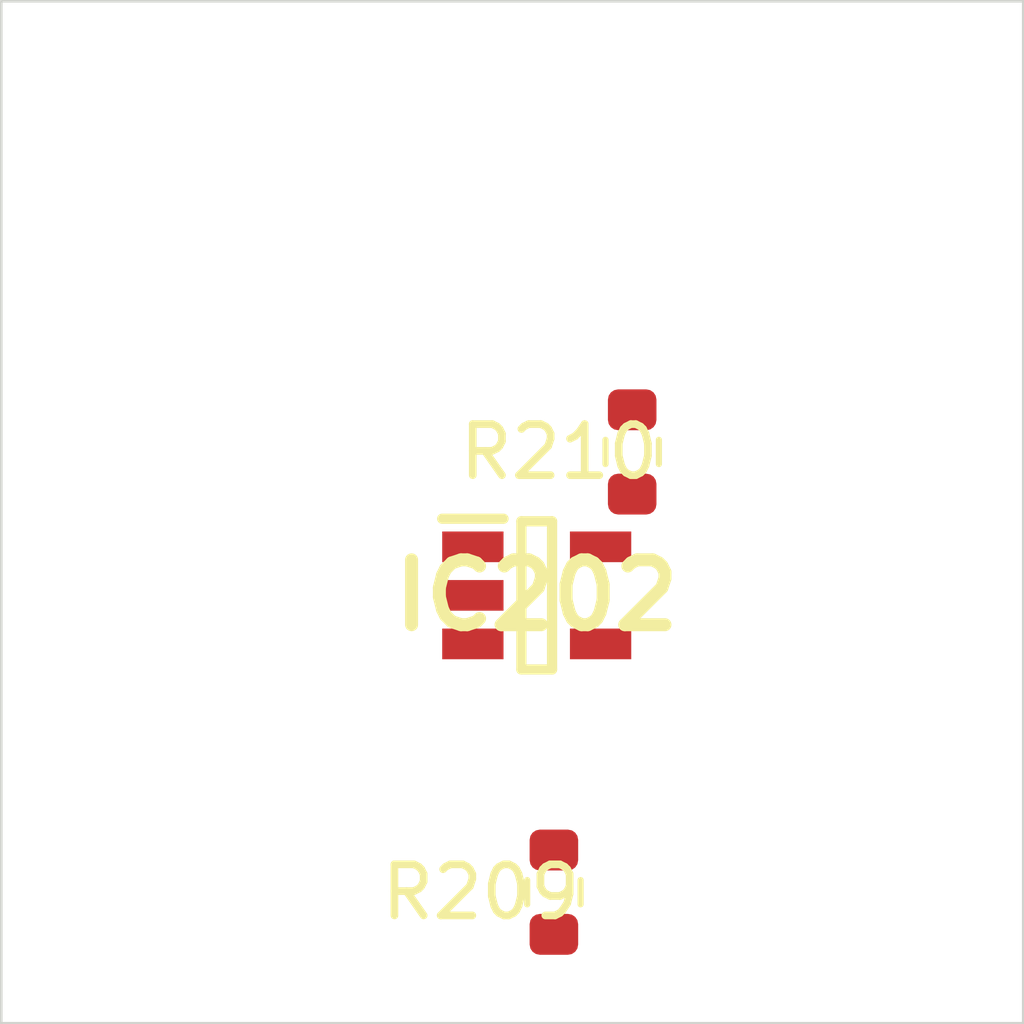
<source format=kicad_pcb>
 ( kicad_pcb  ( version 20171130 )
 ( host pcbnew 5.1.12-84ad8e8a86~92~ubuntu18.04.1 )
 ( general  ( thickness 1.6 )
 ( drawings 4 )
 ( tracks 0 )
 ( zones 0 )
 ( modules 3 )
 ( nets 5 )
)
 ( page A4 )
 ( layers  ( 0 F.Cu signal )
 ( 31 B.Cu signal )
 ( 32 B.Adhes user )
 ( 33 F.Adhes user )
 ( 34 B.Paste user )
 ( 35 F.Paste user )
 ( 36 B.SilkS user )
 ( 37 F.SilkS user )
 ( 38 B.Mask user )
 ( 39 F.Mask user )
 ( 40 Dwgs.User user )
 ( 41 Cmts.User user )
 ( 42 Eco1.User user )
 ( 43 Eco2.User user )
 ( 44 Edge.Cuts user )
 ( 45 Margin user )
 ( 46 B.CrtYd user )
 ( 47 F.CrtYd user )
 ( 48 B.Fab user )
 ( 49 F.Fab user )
)
 ( setup  ( last_trace_width 0.25 )
 ( trace_clearance 0.2 )
 ( zone_clearance 0.508 )
 ( zone_45_only no )
 ( trace_min 0.2 )
 ( via_size 0.8 )
 ( via_drill 0.4 )
 ( via_min_size 0.4 )
 ( via_min_drill 0.3 )
 ( uvia_size 0.3 )
 ( uvia_drill 0.1 )
 ( uvias_allowed no )
 ( uvia_min_size 0.2 )
 ( uvia_min_drill 0.1 )
 ( edge_width 0.05 )
 ( segment_width 0.2 )
 ( pcb_text_width 0.3 )
 ( pcb_text_size 1.5 1.5 )
 ( mod_edge_width 0.12 )
 ( mod_text_size 1 1 )
 ( mod_text_width 0.15 )
 ( pad_size 1.524 1.524 )
 ( pad_drill 0.762 )
 ( pad_to_mask_clearance 0 )
 ( aux_axis_origin 0 0 )
 ( visible_elements FFFFFF7F )
 ( pcbplotparams  ( layerselection 0x010fc_ffffffff )
 ( usegerberextensions false )
 ( usegerberattributes true )
 ( usegerberadvancedattributes true )
 ( creategerberjobfile true )
 ( excludeedgelayer true )
 ( linewidth 0.100000 )
 ( plotframeref false )
 ( viasonmask false )
 ( mode 1 )
 ( useauxorigin false )
 ( hpglpennumber 1 )
 ( hpglpenspeed 20 )
 ( hpglpendiameter 15.000000 )
 ( psnegative false )
 ( psa4output false )
 ( plotreference true )
 ( plotvalue true )
 ( plotinvisibletext false )
 ( padsonsilk false )
 ( subtractmaskfromsilk false )
 ( outputformat 1 )
 ( mirror false )
 ( drillshape 1 )
 ( scaleselection 1 )
 ( outputdirectory "" )
)
)
 ( net 0 "" )
 ( net 1 GND )
 ( net 2 VDDA )
 ( net 3 /Sheet6235D886/vp )
 ( net 4 "Net-(IC202-Pad3)" )
 ( net_class Default "This is the default net class."  ( clearance 0.2 )
 ( trace_width 0.25 )
 ( via_dia 0.8 )
 ( via_drill 0.4 )
 ( uvia_dia 0.3 )
 ( uvia_drill 0.1 )
 ( add_net /Sheet6235D886/vp )
 ( add_net GND )
 ( add_net "Net-(IC202-Pad3)" )
 ( add_net VDDA )
)
 ( module SOT95P280X145-5N locked  ( layer F.Cu )
 ( tedit 62336ED7 )
 ( tstamp 623423ED )
 ( at 90.479100 111.627000 )
 ( descr DBV0005A )
 ( tags "Integrated Circuit" )
 ( path /6235D887/6266C08E )
 ( attr smd )
 ( fp_text reference IC202  ( at 0 0 )
 ( layer F.SilkS )
 ( effects  ( font  ( size 1.27 1.27 )
 ( thickness 0.254 )
)
)
)
 ( fp_text value TL071HIDBVR  ( at 0 0 )
 ( layer F.SilkS )
hide  ( effects  ( font  ( size 1.27 1.27 )
 ( thickness 0.254 )
)
)
)
 ( fp_line  ( start -1.85 -1.5 )
 ( end -0.65 -1.5 )
 ( layer F.SilkS )
 ( width 0.2 )
)
 ( fp_line  ( start -0.3 1.45 )
 ( end -0.3 -1.45 )
 ( layer F.SilkS )
 ( width 0.2 )
)
 ( fp_line  ( start 0.3 1.45 )
 ( end -0.3 1.45 )
 ( layer F.SilkS )
 ( width 0.2 )
)
 ( fp_line  ( start 0.3 -1.45 )
 ( end 0.3 1.45 )
 ( layer F.SilkS )
 ( width 0.2 )
)
 ( fp_line  ( start -0.3 -1.45 )
 ( end 0.3 -1.45 )
 ( layer F.SilkS )
 ( width 0.2 )
)
 ( fp_line  ( start -0.8 -0.5 )
 ( end 0.15 -1.45 )
 ( layer Dwgs.User )
 ( width 0.1 )
)
 ( fp_line  ( start -0.8 1.45 )
 ( end -0.8 -1.45 )
 ( layer Dwgs.User )
 ( width 0.1 )
)
 ( fp_line  ( start 0.8 1.45 )
 ( end -0.8 1.45 )
 ( layer Dwgs.User )
 ( width 0.1 )
)
 ( fp_line  ( start 0.8 -1.45 )
 ( end 0.8 1.45 )
 ( layer Dwgs.User )
 ( width 0.1 )
)
 ( fp_line  ( start -0.8 -1.45 )
 ( end 0.8 -1.45 )
 ( layer Dwgs.User )
 ( width 0.1 )
)
 ( fp_line  ( start -2.1 1.775 )
 ( end -2.1 -1.775 )
 ( layer Dwgs.User )
 ( width 0.05 )
)
 ( fp_line  ( start 2.1 1.775 )
 ( end -2.1 1.775 )
 ( layer Dwgs.User )
 ( width 0.05 )
)
 ( fp_line  ( start 2.1 -1.775 )
 ( end 2.1 1.775 )
 ( layer Dwgs.User )
 ( width 0.05 )
)
 ( fp_line  ( start -2.1 -1.775 )
 ( end 2.1 -1.775 )
 ( layer Dwgs.User )
 ( width 0.05 )
)
 ( pad 1 smd rect  ( at -1.25 -0.95 90.000000 )
 ( size 0.6 1.2 )
 ( layers F.Cu F.Mask F.Paste )
 ( net 3 /Sheet6235D886/vp )
)
 ( pad 2 smd rect  ( at -1.25 0 90.000000 )
 ( size 0.6 1.2 )
 ( layers F.Cu F.Mask F.Paste )
 ( net 1 GND )
)
 ( pad 3 smd rect  ( at -1.25 0.95 90.000000 )
 ( size 0.6 1.2 )
 ( layers F.Cu F.Mask F.Paste )
 ( net 4 "Net-(IC202-Pad3)" )
)
 ( pad 4 smd rect  ( at 1.25 0.95 90.000000 )
 ( size 0.6 1.2 )
 ( layers F.Cu F.Mask F.Paste )
 ( net 3 /Sheet6235D886/vp )
)
 ( pad 5 smd rect  ( at 1.25 -0.95 90.000000 )
 ( size 0.6 1.2 )
 ( layers F.Cu F.Mask F.Paste )
 ( net 2 VDDA )
)
)
 ( module Resistor_SMD:R_0603_1608Metric  ( layer F.Cu )
 ( tedit 5F68FEEE )
 ( tstamp 62342595 )
 ( at 90.815300 117.436000 90.000000 )
 ( descr "Resistor SMD 0603 (1608 Metric), square (rectangular) end terminal, IPC_7351 nominal, (Body size source: IPC-SM-782 page 72, https://www.pcb-3d.com/wordpress/wp-content/uploads/ipc-sm-782a_amendment_1_and_2.pdf), generated with kicad-footprint-generator" )
 ( tags resistor )
 ( path /6235D887/623CDBD9 )
 ( attr smd )
 ( fp_text reference R209  ( at 0 -1.43 )
 ( layer F.SilkS )
 ( effects  ( font  ( size 1 1 )
 ( thickness 0.15 )
)
)
)
 ( fp_text value 100k  ( at 0 1.43 )
 ( layer F.Fab )
 ( effects  ( font  ( size 1 1 )
 ( thickness 0.15 )
)
)
)
 ( fp_line  ( start -0.8 0.4125 )
 ( end -0.8 -0.4125 )
 ( layer F.Fab )
 ( width 0.1 )
)
 ( fp_line  ( start -0.8 -0.4125 )
 ( end 0.8 -0.4125 )
 ( layer F.Fab )
 ( width 0.1 )
)
 ( fp_line  ( start 0.8 -0.4125 )
 ( end 0.8 0.4125 )
 ( layer F.Fab )
 ( width 0.1 )
)
 ( fp_line  ( start 0.8 0.4125 )
 ( end -0.8 0.4125 )
 ( layer F.Fab )
 ( width 0.1 )
)
 ( fp_line  ( start -0.237258 -0.5225 )
 ( end 0.237258 -0.5225 )
 ( layer F.SilkS )
 ( width 0.12 )
)
 ( fp_line  ( start -0.237258 0.5225 )
 ( end 0.237258 0.5225 )
 ( layer F.SilkS )
 ( width 0.12 )
)
 ( fp_line  ( start -1.48 0.73 )
 ( end -1.48 -0.73 )
 ( layer F.CrtYd )
 ( width 0.05 )
)
 ( fp_line  ( start -1.48 -0.73 )
 ( end 1.48 -0.73 )
 ( layer F.CrtYd )
 ( width 0.05 )
)
 ( fp_line  ( start 1.48 -0.73 )
 ( end 1.48 0.73 )
 ( layer F.CrtYd )
 ( width 0.05 )
)
 ( fp_line  ( start 1.48 0.73 )
 ( end -1.48 0.73 )
 ( layer F.CrtYd )
 ( width 0.05 )
)
 ( fp_text user %R  ( at 0 0 )
 ( layer F.Fab )
 ( effects  ( font  ( size 0.4 0.4 )
 ( thickness 0.06 )
)
)
)
 ( pad 1 smd roundrect  ( at -0.825 0 90.000000 )
 ( size 0.8 0.95 )
 ( layers F.Cu F.Mask F.Paste )
 ( roundrect_rratio 0.25 )
 ( net 2 VDDA )
)
 ( pad 2 smd roundrect  ( at 0.825 0 90.000000 )
 ( size 0.8 0.95 )
 ( layers F.Cu F.Mask F.Paste )
 ( roundrect_rratio 0.25 )
 ( net 4 "Net-(IC202-Pad3)" )
)
 ( model ${KISYS3DMOD}/Resistor_SMD.3dshapes/R_0603_1608Metric.wrl  ( at  ( xyz 0 0 0 )
)
 ( scale  ( xyz 1 1 1 )
)
 ( rotate  ( xyz 0 0 0 )
)
)
)
 ( module Resistor_SMD:R_0603_1608Metric  ( layer F.Cu )
 ( tedit 5F68FEEE )
 ( tstamp 623425A6 )
 ( at 92.347400 108.820000 90.000000 )
 ( descr "Resistor SMD 0603 (1608 Metric), square (rectangular) end terminal, IPC_7351 nominal, (Body size source: IPC-SM-782 page 72, https://www.pcb-3d.com/wordpress/wp-content/uploads/ipc-sm-782a_amendment_1_and_2.pdf), generated with kicad-footprint-generator" )
 ( tags resistor )
 ( path /6235D887/623CDBDF )
 ( attr smd )
 ( fp_text reference R210  ( at 0 -1.43 )
 ( layer F.SilkS )
 ( effects  ( font  ( size 1 1 )
 ( thickness 0.15 )
)
)
)
 ( fp_text value 100k  ( at 0 1.43 )
 ( layer F.Fab )
 ( effects  ( font  ( size 1 1 )
 ( thickness 0.15 )
)
)
)
 ( fp_line  ( start 1.48 0.73 )
 ( end -1.48 0.73 )
 ( layer F.CrtYd )
 ( width 0.05 )
)
 ( fp_line  ( start 1.48 -0.73 )
 ( end 1.48 0.73 )
 ( layer F.CrtYd )
 ( width 0.05 )
)
 ( fp_line  ( start -1.48 -0.73 )
 ( end 1.48 -0.73 )
 ( layer F.CrtYd )
 ( width 0.05 )
)
 ( fp_line  ( start -1.48 0.73 )
 ( end -1.48 -0.73 )
 ( layer F.CrtYd )
 ( width 0.05 )
)
 ( fp_line  ( start -0.237258 0.5225 )
 ( end 0.237258 0.5225 )
 ( layer F.SilkS )
 ( width 0.12 )
)
 ( fp_line  ( start -0.237258 -0.5225 )
 ( end 0.237258 -0.5225 )
 ( layer F.SilkS )
 ( width 0.12 )
)
 ( fp_line  ( start 0.8 0.4125 )
 ( end -0.8 0.4125 )
 ( layer F.Fab )
 ( width 0.1 )
)
 ( fp_line  ( start 0.8 -0.4125 )
 ( end 0.8 0.4125 )
 ( layer F.Fab )
 ( width 0.1 )
)
 ( fp_line  ( start -0.8 -0.4125 )
 ( end 0.8 -0.4125 )
 ( layer F.Fab )
 ( width 0.1 )
)
 ( fp_line  ( start -0.8 0.4125 )
 ( end -0.8 -0.4125 )
 ( layer F.Fab )
 ( width 0.1 )
)
 ( fp_text user %R  ( at 0 0 )
 ( layer F.Fab )
 ( effects  ( font  ( size 0.4 0.4 )
 ( thickness 0.06 )
)
)
)
 ( pad 2 smd roundrect  ( at 0.825 0 90.000000 )
 ( size 0.8 0.95 )
 ( layers F.Cu F.Mask F.Paste )
 ( roundrect_rratio 0.25 )
 ( net 1 GND )
)
 ( pad 1 smd roundrect  ( at -0.825 0 90.000000 )
 ( size 0.8 0.95 )
 ( layers F.Cu F.Mask F.Paste )
 ( roundrect_rratio 0.25 )
 ( net 4 "Net-(IC202-Pad3)" )
)
 ( model ${KISYS3DMOD}/Resistor_SMD.3dshapes/R_0603_1608Metric.wrl  ( at  ( xyz 0 0 0 )
)
 ( scale  ( xyz 1 1 1 )
)
 ( rotate  ( xyz 0 0 0 )
)
)
)
 ( gr_line  ( start 100 100 )
 ( end 100 120 )
 ( layer Edge.Cuts )
 ( width 0.05 )
 ( tstamp 62E770C4 )
)
 ( gr_line  ( start 80 120 )
 ( end 100 120 )
 ( layer Edge.Cuts )
 ( width 0.05 )
 ( tstamp 62E770C0 )
)
 ( gr_line  ( start 80 100 )
 ( end 100 100 )
 ( layer Edge.Cuts )
 ( width 0.05 )
 ( tstamp 6234110C )
)
 ( gr_line  ( start 80 100 )
 ( end 80 120 )
 ( layer Edge.Cuts )
 ( width 0.05 )
)
)

</source>
